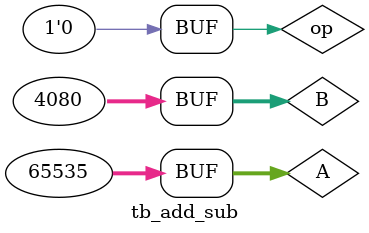
<source format=v>
module add_sub(result, op, A, B);
    input [31:0] A, B;
    input op;
    output [31:0] result;
    
    assign result=op?(A+B):(A-B);
            
endmodule

//testbench
module tb_add_sub();
    reg [31:0] A, B;
    reg op;
    wire [31:0] result;
    
    add_sub ADD_SUB(.result(result), .op(op), .A(A), .B(B));
    
    initial begin
        A=32'h0000;
        B=32'h00F0;
        op=1;
        #20;
        op=0;
        #20;
        A=32'h000A;
        B=32'h0002;
        op=1;
        #20;
        A=32'hFFFF;
        B=32'h0FF0;
        op=0;
    end
endmodule
</source>
